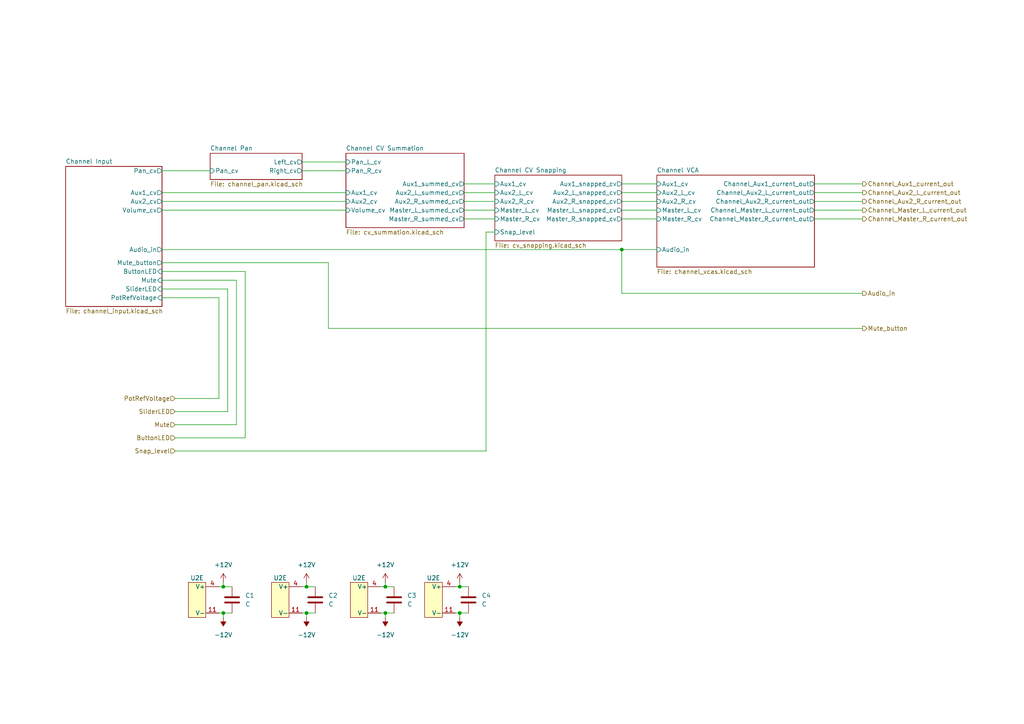
<source format=kicad_sch>
(kicad_sch (version 20230121) (generator eeschema)
  (paper "A4")
  (lib_symbols
    (symbol "Device:C" (pin_numbers hide) (pin_names (offset 0.254))
      (property "Reference" "C" (at 0.635 2.54 0))
      (property "Value" "C" (at 0.635 -2.54 0))
      (symbol "C_0_1"
        (polyline (pts (xy -2.032 -0.762) (xy 2.032 -0.762)) (stroke (width 0.508)))
        (polyline (pts (xy -2.032 0.762) (xy 2.032 0.762)) (stroke (width 0.508)))
      )
      (symbol "C_1_1"
        (pin passive line (at 0 3.81 270) (length 2.794) (name "~") (number "1"))
        (pin passive line (at 0 -3.81 90) (length 2.794) (name "~") (number "2"))
      )
    )
    (symbol "WillItBlend:TL074HIDYYR" (pin_names (offset 0.127))
      (property "Reference" "U" (at 0 5.08 0))
      (symbol "TL074HIDYYR_1_1"
        (polyline (pts (xy -5.08 5.08) (xy 5.08 0) (xy -5.08 -5.08) (xy -5.08 5.08)) (stroke (width 0.254)) (fill (type background)))
        (pin output line (at 7.62 0 180) (length 2.54) (name "~") (number "1"))
        (pin input line (at -7.62 -2.54 0) (length 2.54) (name "-") (number "2"))
        (pin input line (at -7.62 2.54 0) (length 2.54) (name "+") (number "3"))
      )
      (symbol "TL074HIDYYR_2_1"
        (polyline (pts (xy -5.08 5.08) (xy 5.08 0) (xy -5.08 -5.08) (xy -5.08 5.08)) (stroke (width 0.254)) (fill (type background)))
        (pin input line (at -7.62 2.54 0) (length 2.54) (name "+") (number "5"))
        (pin input line (at -7.62 -2.54 0) (length 2.54) (name "-") (number "6"))
        (pin output line (at 7.62 0 180) (length 2.54) (name "~") (number "7"))
      )
      (symbol "TL074HIDYYR_3_1"
        (polyline (pts (xy -5.08 5.08) (xy 5.08 0) (xy -5.08 -5.08) (xy -5.08 5.08)) (stroke (width 0.254)) (fill (type background)))
        (pin input line (at -7.62 2.54 0) (length 2.54) (name "+") (number "10"))
        (pin output line (at 7.62 0 180) (length 2.54) (name "~") (number "8"))
        (pin input line (at -7.62 -2.54 0) (length 2.54) (name "-") (number "9"))
      )
      (symbol "TL074HIDYYR_4_1"
        (polyline (pts (xy -5.08 5.08) (xy 5.08 0) (xy -5.08 -5.08) (xy -5.08 5.08)) (stroke (width 0.254)) (fill (type background)))
        (pin input line (at -7.62 2.54 0) (length 2.54) (name "+") (number "12"))
        (pin input line (at -7.62 -2.54 0) (length 2.54) (name "-") (number "13"))
        (pin output line (at 7.62 0 180) (length 2.54) (name "~") (number "14"))
      )
      (symbol "TL074HIDYYR_5_1"
        (rectangle (start -2.54 5.08) (end 2.54 -5.08) (fill (type background)))
        (pin power_in line (at 6.35 -3.81 180) (length 3.81) (name "V-") (number "11"))
        (pin power_in line (at 6.35 3.81 180) (length 3.81) (name "V+") (number "4"))
      )
    )
    (symbol "power:+12V" (power) (pin_names (offset 0))
      (property "Value" "+12V" (at 0 3.556 0))
      (symbol "+12V_0_1"
        (polyline (pts (xy -0.762 1.27) (xy 0 2.54)))
        (polyline (pts (xy 0 0) (xy 0 2.54)))
        (polyline (pts (xy 0 2.54) (xy 0.762 1.27)))
      )
      (symbol "+12V_1_1"
        (pin power_in line (at 0 0 90) (length 0) hide (name "+12V") (number "1"))
      )
    )
    (symbol "power:-12V" (power) (pin_names (offset 0))
      (property "Value" "-12V" (at 0 3.81 0))
      (symbol "-12V_0_0"
        (pin power_in line (at 0 0 90) (length 0) hide (name "-12V") (number "1"))
      )
      (symbol "-12V_0_1"
        (polyline (pts (xy 0 0) (xy 0 1.27) (xy 0.762 1.27) (xy 0 2.54) (xy -0.762 1.27) (xy 0 1.27)) (fill (type outline)))
      )
    )
  )
  (junction (at 180.34 72.39))
  (junction (at 111.76 170.18))
  (junction (at 64.77 170.18))
  (junction (at 133.35 177.8))
  (junction (at 111.76 177.8))
  (junction (at 88.9 177.8))
  (junction (at 88.9 170.18))
  (junction (at 64.77 177.8))
  (junction (at 133.35 170.18))
  (wire (pts (xy 68.58 123.19) (xy 68.58 81.28)))
  (wire (pts (xy 134.62 60.96) (xy 143.51 60.96)))
  (wire (pts (xy 133.35 177.8) (xy 133.35 179.07)))
  (wire (pts (xy 134.62 63.5) (xy 143.51 63.5)))
  (wire (pts (xy 133.35 170.18) (xy 135.89 170.18)))
  (wire (pts (xy 140.97 67.31) (xy 140.97 130.81)))
  (wire (pts (xy 50.8 123.19) (xy 68.58 123.19)))
  (wire (pts (xy 180.34 72.39) (xy 190.5 72.39)))
  (wire (pts (xy 88.9 177.8) (xy 91.44 177.8)))
  (wire (pts (xy 64.77 170.18) (xy 64.77 168.91)))
  (wire (pts (xy 132.08 170.18) (xy 133.35 170.18)))
  (wire (pts (xy 133.35 170.18) (xy 133.35 168.91)))
  (wire (pts (xy 180.34 53.34) (xy 190.5 53.34)))
  (wire (pts (xy 111.76 170.18) (xy 114.3 170.18)))
  (wire (pts (xy 71.12 127) (xy 71.12 78.74)))
  (wire (pts (xy 95.25 76.2) (xy 95.25 95.25)))
  (wire (pts (xy 88.9 170.18) (xy 88.9 168.91)))
  (wire (pts (xy 180.34 85.09) (xy 180.34 72.39)))
  (wire (pts (xy 46.99 60.96) (xy 100.33 60.96)))
  (wire (pts (xy 63.5 170.18) (xy 64.77 170.18)))
  (wire (pts (xy 95.25 95.25) (xy 250.19 95.25)))
  (wire (pts (xy 110.49 177.8) (xy 111.76 177.8)))
  (wire (pts (xy 63.5 86.36) (xy 46.99 86.36)))
  (wire (pts (xy 87.63 170.18) (xy 88.9 170.18)))
  (wire (pts (xy 180.34 58.42) (xy 190.5 58.42)))
  (wire (pts (xy 236.22 55.88) (xy 250.19 55.88)))
  (wire (pts (xy 111.76 170.18) (xy 111.76 168.91)))
  (wire (pts (xy 87.63 177.8) (xy 88.9 177.8)))
  (wire (pts (xy 111.76 177.8) (xy 111.76 179.07)))
  (wire (pts (xy 132.08 177.8) (xy 133.35 177.8)))
  (wire (pts (xy 236.22 58.42) (xy 250.19 58.42)))
  (wire (pts (xy 133.35 177.8) (xy 135.89 177.8)))
  (wire (pts (xy 46.99 83.82) (xy 66.04 83.82)))
  (wire (pts (xy 250.19 85.09) (xy 180.34 85.09)))
  (wire (pts (xy 46.99 58.42) (xy 100.33 58.42)))
  (wire (pts (xy 87.63 49.53) (xy 100.33 49.53)))
  (wire (pts (xy 63.5 115.57) (xy 63.5 86.36)))
  (wire (pts (xy 110.49 170.18) (xy 111.76 170.18)))
  (wire (pts (xy 46.99 55.88) (xy 100.33 55.88)))
  (wire (pts (xy 134.62 58.42) (xy 143.51 58.42)))
  (wire (pts (xy 64.77 177.8) (xy 67.31 177.8)))
  (wire (pts (xy 50.8 115.57) (xy 63.5 115.57)))
  (wire (pts (xy 88.9 170.18) (xy 91.44 170.18)))
  (wire (pts (xy 68.58 81.28) (xy 46.99 81.28)))
  (wire (pts (xy 236.22 53.34) (xy 250.19 53.34)))
  (wire (pts (xy 180.34 63.5) (xy 190.5 63.5)))
  (wire (pts (xy 46.99 76.2) (xy 95.25 76.2)))
  (wire (pts (xy 46.99 72.39) (xy 180.34 72.39)))
  (wire (pts (xy 66.04 83.82) (xy 66.04 119.38)))
  (wire (pts (xy 111.76 177.8) (xy 114.3 177.8)))
  (wire (pts (xy 66.04 119.38) (xy 50.8 119.38)))
  (wire (pts (xy 134.62 55.88) (xy 143.51 55.88)))
  (wire (pts (xy 143.51 67.31) (xy 140.97 67.31)))
  (wire (pts (xy 64.77 170.18) (xy 67.31 170.18)))
  (wire (pts (xy 180.34 55.88) (xy 190.5 55.88)))
  (wire (pts (xy 236.22 60.96) (xy 250.19 60.96)))
  (wire (pts (xy 50.8 127) (xy 71.12 127)))
  (wire (pts (xy 134.62 53.34) (xy 143.51 53.34)))
  (wire (pts (xy 71.12 78.74) (xy 46.99 78.74)))
  (wire (pts (xy 236.22 63.5) (xy 250.19 63.5)))
  (wire (pts (xy 180.34 60.96) (xy 190.5 60.96)))
  (wire (pts (xy 63.5 177.8) (xy 64.77 177.8)))
  (wire (pts (xy 88.9 177.8) (xy 88.9 179.07)))
  (wire (pts (xy 87.63 46.99) (xy 100.33 46.99)))
  (wire (pts (xy 140.97 130.81) (xy 50.8 130.81)))
  (wire (pts (xy 46.99 49.53) (xy 60.96 49.53)))
  (wire (pts (xy 64.77 177.8) (xy 64.77 179.07)))
  (hierarchical_label "Channel_Aux1_current_out" (shape output) (at 250.19 53.34 0))
  (hierarchical_label "Snap_level" (shape input) (at 50.8 130.81 180))
  (hierarchical_label "ButtonLED" (shape input) (at 50.8 127 180))
  (hierarchical_label "Channel_Master_R_current_out" (shape output) (at 250.19 63.5 0))
  (hierarchical_label "Channel_Aux2_L_current_out" (shape output) (at 250.19 55.88 0))
  (hierarchical_label "PotRefVoltage" (shape input) (at 50.8 115.57 180))
  (hierarchical_label "Audio_in" (shape output) (at 250.19 85.09 0))
  (hierarchical_label "Channel_Aux2_R_current_out" (shape output) (at 250.19 58.42 0))
  (hierarchical_label "SliderLED" (shape input) (at 50.8 119.38 180))
  (hierarchical_label "Channel_Master_L_current_out" (shape output) (at 250.19 60.96 0))
  (hierarchical_label "Mute" (shape input) (at 50.8 123.19 180))
  (hierarchical_label "Mute_button" (shape output) (at 250.19 95.25 0))
  (symbol (lib_id "WillItBlend:TL074HIDYYR") (at 125.73 173.99 0) (unit 5)
    (property "Reference" "U1" (at 125.73 167.64 0))
    (property "Value" "TL074HIDYYR" (effects hide))
    (property "Footprint" "WillItBlend:SOT-23-THIN" (effects hide))
    (property "Datasheet" "http://www.ti.com/lit/ds/symlink/tl071.pdf" (effects hide))
    (instances (project "WillItBlend" (path "" (reference "U2") (unit 5)) (path "" (reference "U4") (unit 5))))
  )
  (symbol (lib_id "power:-12V") (at 111.76 179.07 180) (unit 1)
    (property "Reference" "#PWR030" (effects hide))
    (property "Value" "-12V" (at 111.76 184.15 0))
    (instances (project "WillItBlend" (path "" (reference "#PWR030") (unit 1)) (path "" (reference "#PWR06") (unit 1))))
  )
  (symbol (lib_id "power:+12V") (at 111.76 168.91 0) (unit 1)
    (property "Reference" "#PWR013" (effects hide))
    (property "Value" "+12V" (at 111.76 163.83 0))
    (instances (project "WillItBlend" (path "" (reference "#PWR013") (unit 1)) (path "" (reference "#PWR05") (unit 1))))
  )
  (symbol (lib_id "power:-12V") (at 133.35 179.07 180) (unit 1)
    (property "Reference" "#PWR030" (effects hide))
    (property "Value" "-12V" (at 133.35 184.15 0))
    (instances (project "WillItBlend" (path "" (reference "#PWR030") (unit 1)) (path "" (reference "#PWR08") (unit 1))))
  )
  (symbol (lib_id "WillItBlend:TL074HIDYYR") (at 104.14 173.99 0) (unit 5)
    (property "Reference" "U1" (at 104.14 167.64 0))
    (property "Value" "TL074HIDYYR" (effects hide))
    (property "Footprint" "WillItBlend:SOT-23-THIN" (effects hide))
    (property "Datasheet" "http://www.ti.com/lit/ds/symlink/tl071.pdf" (effects hide))
    (instances (project "WillItBlend" (path "" (reference "U2") (unit 5)) (path "" (reference "U3") (unit 5))))
  )
  (symbol (lib_id "power:-12V") (at 64.77 179.07 180) (unit 1)
    (property "Reference" "#PWR030" (effects hide))
    (property "Value" "-12V" (at 64.77 184.15 0))
    (instances (project "WillItBlend" (path "" (reference "#PWR030") (unit 1)) (path "" (reference "#PWR02") (unit 1))))
  )
  (symbol (lib_id "power:+12V") (at 88.9 168.91 0) (unit 1)
    (property "Reference" "#PWR013" (effects hide))
    (property "Value" "+12V" (at 88.9 163.83 0))
    (instances (project "WillItBlend" (path "" (reference "#PWR013") (unit 1)) (path "" (reference "#PWR03") (unit 1))))
  )
  (symbol (lib_id "Device:C") (at 114.3 173.99 0) (unit 1)
    (property "Reference" "C3" (at 118.11 172.72 0) (effects (justify left)))
    (property "Value" "C" (at 118.11 175.26 0) (effects (justify left)))
  )
  (symbol (lib_id "power:-12V") (at 88.9 179.07 180) (unit 1)
    (property "Reference" "#PWR030" (effects hide))
    (property "Value" "-12V" (at 88.9 184.15 0))
    (instances (project "WillItBlend" (path "" (reference "#PWR030") (unit 1)) (path "" (reference "#PWR04") (unit 1))))
  )
  (symbol (lib_id "power:+12V") (at 64.77 168.91 0) (unit 1)
    (property "Reference" "#PWR013" (effects hide))
    (property "Value" "+12V" (at 64.77 163.83 0))
    (instances (project "WillItBlend" (path "" (reference "#PWR013") (unit 1)) (path "" (reference "#PWR01") (unit 1))))
  )
  (symbol (lib_id "WillItBlend:TL074HIDYYR") (at 81.28 173.99 0) (unit 5)
    (property "Reference" "U1" (at 81.28 167.64 0))
    (property "Value" "TL074HIDYYR" (effects hide))
    (property "Footprint" "WillItBlend:SOT-23-THIN" (effects hide))
    (property "Datasheet" "http://www.ti.com/lit/ds/symlink/tl071.pdf" (effects hide))
    (instances (project "WillItBlend" (path "" (reference "U2") (unit 5)) (path "" (reference "U2") (unit 5))))
  )
  (symbol (lib_id "Device:C") (at 67.31 173.99 0) (unit 1)
    (property "Reference" "C1" (at 71.12 172.72 0) (effects (justify left)))
    (property "Value" "C" (at 71.12 175.26 0) (effects (justify left)))
  )
  (symbol (lib_id "Device:C") (at 135.89 173.99 0) (unit 1)
    (property "Reference" "C4" (at 139.7 172.72 0) (effects (justify left)))
    (property "Value" "C" (at 139.7 175.26 0) (effects (justify left)))
  )
  (symbol (lib_id "WillItBlend:TL074HIDYYR") (at 57.15 173.99 0) (unit 5)
    (property "Reference" "U1" (at 57.15 167.64 0))
    (property "Value" "TL074HIDYYR" (effects hide))
    (property "Footprint" "WillItBlend:SOT-23-THIN" (effects hide))
    (property "Datasheet" "http://www.ti.com/lit/ds/symlink/tl071.pdf" (effects hide))
    (instances (project "WillItBlend" (path "" (reference "U2") (unit 5)) (path "" (reference "U1") (unit 5))))
  )
  (symbol (lib_id "Device:C") (at 91.44 173.99 0) (unit 1)
    (property "Reference" "C2" (at 95.25 172.72 0) (effects (justify left)))
    (property "Value" "C" (at 95.25 175.26 0) (effects (justify left)))
  )
  (symbol (lib_id "power:+12V") (at 133.35 168.91 0) (unit 1)
    (property "Reference" "#PWR013" (effects hide))
    (property "Value" "+12V" (at 133.35 163.83 0))
    (instances (project "WillItBlend" (path "" (reference "#PWR013") (unit 1)) (path "" (reference "#PWR07") (unit 1))))
  )
  (sheet (at 143.51 50.8) (size 36.83 19.05) (stroke (width 0.1524))
    (property "Sheetname" "Channel CV Snapping" (at 143.51 50.0884 0) (effects (justify left bottom)))
    (property "Sheetfile" "cv_snapping.kicad_sch" (at 143.51 70.4346 0) (effects (justify left top)))
    (pin "Aux1_snapped_cv" output (at 180.34 53.34 0))
    (pin "Aux2_R_snapped_cv" output (at 180.34 58.42 0))
    (pin "Aux2_L_snapped_cv" output (at 180.34 55.88 0))
    (pin "Master_L_snapped_cv" output (at 180.34 60.96 0))
    (pin "Master_R_snapped_cv" output (at 180.34 63.5 0))
    (pin "Aux1_cv" input (at 143.51 53.34 180))
    (pin "Master_L_cv" input (at 143.51 60.96 180))
    (pin "Aux2_L_cv" input (at 143.51 55.88 180))
    (pin "Aux2_R_cv" input (at 143.51 58.42 180))
    (pin "Master_R_cv" input (at 143.51 63.5 180))
    (pin "Snap_level" input (at 143.51 67.31 180))
  )
  (sheet (at 100.33 44.45) (size 34.29 21.59) (stroke (width 0.1524))
    (property "Sheetname" "Channel CV Summation" (at 100.33 43.7384 0) (effects (justify left bottom)))
    (property "Sheetfile" "cv_summation.kicad_sch" (at 100.33 66.6246 0) (effects (justify left top)))
    (pin "Pan_R_cv" input (at 100.33 49.53 180))
    (pin "Pan_L_cv" input (at 100.33 46.99 180))
    (pin "Aux2_cv" input (at 100.33 58.42 180))
    (pin "Aux2_R_summed_cv" output (at 134.62 58.42 0))
    (pin "Aux2_L_summed_cv" output (at 134.62 55.88 0))
    (pin "Master_L_summed_cv" output (at 134.62 60.96 0))
    (pin "Aux1_summed_cv" output (at 134.62 53.34 0))
    (pin "Master_R_summed_cv" output (at 134.62 63.5 0))
    (pin "Aux1_cv" input (at 100.33 55.88 180))
    (pin "Volume_cv" input (at 100.33 60.96 180))
  )
  (sheet (at 60.96 44.45) (size 26.67 7.62) (stroke (width 0.1524))
    (property "Sheetname" "Channel Pan" (at 60.96 43.7384 0) (effects (justify left bottom)))
    (property "Sheetfile" "channel_pan.kicad_sch" (at 60.96 52.6546 0) (effects (justify left top)))
    (pin "Right_cv" output (at 87.63 49.53 0))
    (pin "Left_cv" output (at 87.63 46.99 0))
    (pin "Pan_cv" input (at 60.96 49.53 180))
  )
  (sheet (at 19.05 48.26) (size 27.94 40.64) (stroke (width 0.1524))
    (property "Sheetname" "Channel Input" (at 19.05 47.5484 0) (effects (justify left bottom)))
    (property "Sheetfile" "channel_input.kicad_sch" (at 19.05 89.4846 0) (effects (justify left top)))
    (pin "Aux2_cv" output (at 46.99 58.42 0))
    (pin "Mute_button" output (at 46.99 76.2 0))
    (pin "Aux1_cv" output (at 46.99 55.88 0))
    (pin "Volume_cv" output (at 46.99 60.96 0))
    (pin "ButtonLED" input (at 46.99 78.74 0))
    (pin "PotRefVoltage" input (at 46.99 86.36 0))
    (pin "SliderLED" input (at 46.99 83.82 0))
    (pin "Audio_in" output (at 46.99 72.39 0))
    (pin "Pan_cv" output (at 46.99 49.53 0))
    (pin "Mute" input (at 46.99 81.28 0))
  )
  (sheet (at 190.5 50.8) (size 45.72 26.67) (stroke (width 0.1524))
    (property "Sheetname" "Channel VCA" (at 190.5 50.0884 0) (effects (justify left bottom)))
    (property "Sheetfile" "channel_vcas.kicad_sch" (at 190.5 78.0546 0) (effects (justify left top)))
    (pin "Channel_Aux2_L_current_out" output (at 236.22 55.88 0))
    (pin "Channel_Aux2_R_current_out" output (at 236.22 58.42 0))
    (pin "Channel_Master_R_current_out" output (at 236.22 63.5 0))
    (pin "Channel_Aux1_current_out" output (at 236.22 53.34 0))
    (pin "Channel_Master_L_current_out" output (at 236.22 60.96 0))
    (pin "Audio_in" input (at 190.5 72.39 180))
    (pin "Master_L_cv" input (at 190.5 60.96 180))
    (pin "Master_R_cv" input (at 190.5 63.5 180))
    (pin "Aux1_cv" input (at 190.5 53.34 180))
    (pin "Aux2_L_cv" input (at 190.5 55.88 180))
    (pin "Aux2_R_cv" input (at 190.5 58.42 180))
  )
)
</source>
